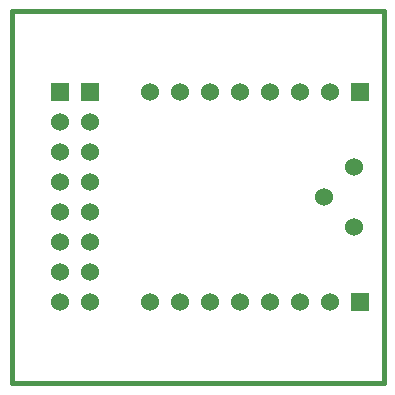
<source format=gbs>
G04 (created by PCBNEW (2013-01-23 BZR 3920)-testing) date Thu 24 Jan 2013 02:36:52 AM CET*
%MOIN*%
G04 Gerber Fmt 3.4, Leading zero omitted, Abs format*
%FSLAX34Y34*%
G01*
G70*
G90*
G04 APERTURE LIST*
%ADD10C,2.3622e-06*%
%ADD11C,0.015*%
%ADD12C,0.06*%
%ADD13R,0.06X0.06*%
G04 APERTURE END LIST*
G54D10*
G54D11*
X54100Y-17400D02*
X41700Y-17400D01*
X54100Y-29800D02*
X54100Y-17400D01*
X41700Y-29800D02*
X54100Y-29800D01*
X41700Y-17400D02*
X41700Y-29800D01*
G54D12*
X53100Y-24600D03*
X52100Y-23600D03*
X53100Y-22600D03*
G54D13*
X53300Y-20100D03*
G54D12*
X52300Y-20100D03*
X51300Y-20100D03*
X50300Y-20100D03*
X49300Y-20100D03*
X48300Y-20100D03*
X47300Y-20100D03*
X46300Y-20100D03*
G54D13*
X53300Y-27100D03*
G54D12*
X52300Y-27100D03*
X51300Y-27100D03*
X50300Y-27100D03*
X49300Y-27100D03*
X48300Y-27100D03*
X47300Y-27100D03*
X46300Y-27100D03*
G54D13*
X43300Y-20100D03*
G54D12*
X43300Y-21100D03*
X43300Y-22100D03*
X43300Y-23100D03*
X43300Y-24100D03*
X43300Y-25100D03*
X43300Y-26100D03*
X43300Y-27100D03*
G54D13*
X44300Y-20100D03*
G54D12*
X44300Y-21100D03*
X44300Y-22100D03*
X44300Y-23100D03*
X44300Y-24100D03*
X44300Y-25100D03*
X44300Y-26100D03*
X44300Y-27100D03*
M02*

</source>
